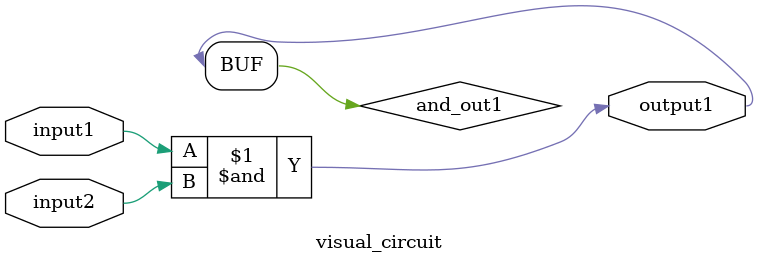
<source format=v>
module visual_circuit(
    input wire input1,
    input wire input2,
    output wire output1
);

    // Internal wires
    wire and_out1;

    // Logic implementation
    assign and_out1 = input1 & input2;
    assign output1 = and_out1;

endmodule

</source>
